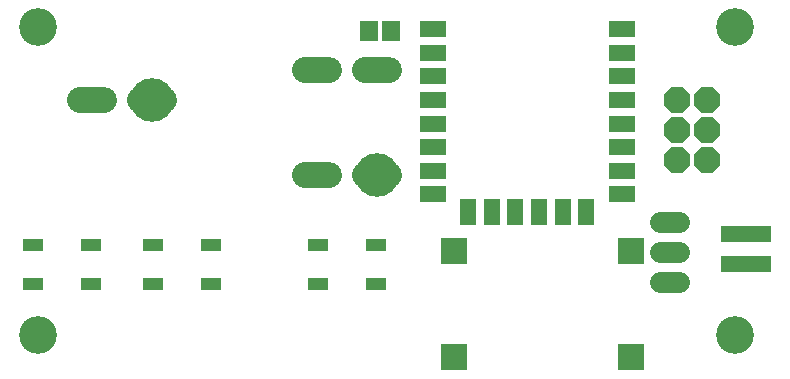
<source format=gbr>
G04 EAGLE Gerber RS-274X export*
G75*
%MOMM*%
%FSLAX34Y34*%
%LPD*%
%INSoldermask Top*%
%IPPOS*%
%AMOC8*
5,1,8,0,0,1.08239X$1,22.5*%
G01*
G04 Define Apertures*
%ADD10C,3.203200*%
%ADD11P,2.40204X8X112.5*%
%ADD12R,2.203200X1.403200*%
%ADD13R,1.403200X2.203200*%
%ADD14C,2.219200*%
%ADD15R,1.703200X1.103200*%
%ADD16C,1.803200*%
%ADD17R,4.203200X1.473200*%
%ADD18R,1.503200X1.703200*%
%ADD19R,2.203200X2.203200*%
%ADD20C,3.703200*%
D10*
X620000Y290000D03*
X620000Y30000D03*
X30000Y30000D03*
X30000Y290000D03*
D11*
X571500Y177800D03*
X596900Y177800D03*
X571500Y203200D03*
X596900Y203200D03*
X571500Y228600D03*
X596900Y228600D03*
D12*
X524500Y148540D03*
X524500Y168540D03*
X524500Y188540D03*
X524500Y208540D03*
X524500Y228540D03*
X524500Y248540D03*
X524500Y268540D03*
X524500Y288540D03*
X364500Y288540D03*
X364500Y248540D03*
X364500Y268540D03*
X364500Y228540D03*
X364500Y208540D03*
X364500Y188540D03*
X364500Y168540D03*
X364500Y148540D03*
D13*
X494500Y133740D03*
X474500Y133740D03*
X454500Y133740D03*
X434500Y133740D03*
X414500Y133740D03*
X394500Y133740D03*
D14*
X86280Y228600D02*
X66120Y228600D01*
X116920Y228600D02*
X137080Y228600D01*
X256620Y165100D02*
X276780Y165100D01*
X307420Y165100D02*
X327580Y165100D01*
D15*
X26300Y105400D03*
X26300Y72400D03*
X75300Y105400D03*
X75300Y72400D03*
X127900Y105400D03*
X127900Y72400D03*
X176900Y105400D03*
X176900Y72400D03*
X267600Y105400D03*
X267600Y72400D03*
X316600Y105400D03*
X316600Y72400D03*
D16*
X557000Y74600D02*
X573000Y74600D01*
X573000Y100000D02*
X557000Y100000D01*
X557000Y125400D02*
X573000Y125400D01*
D14*
X276780Y254000D02*
X256620Y254000D01*
X307420Y254000D02*
X327580Y254000D01*
D17*
X630000Y114700D03*
X630000Y89300D03*
D18*
X310500Y287340D03*
X329500Y287340D03*
D19*
X382200Y101000D03*
X382200Y11000D03*
X532200Y101000D03*
X532200Y11000D03*
D20*
X127000Y228600D03*
X317500Y165100D03*
M02*

</source>
